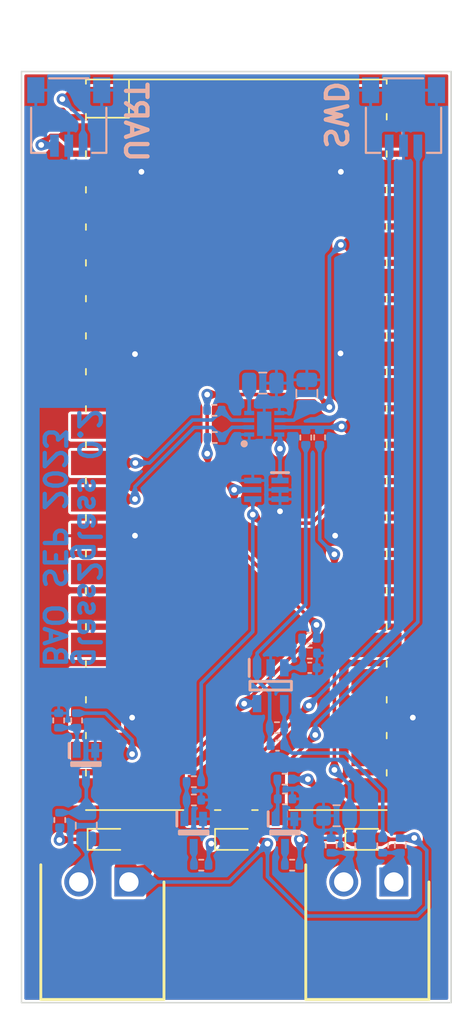
<source format=kicad_pcb>
(kicad_pcb (version 20221018) (generator pcbnew)
  (layers (0 "F.Cu" signal) (31 "B.Cu" signal) (34 "B.Paste" user) (35 "F.Paste" user) (36 "B.SilkS" user "B.Silkscreen") (37 "F.SilkS" user "F.Silkscreen") (38 "B.Mask" user) (39 "F.Mask" user) (44 "Edge.Cuts" user))
  (net 0 "")
  (net 1 "+3V3")
  (net 2 "GND")
  (net 3 "Net-(IC1-CAP)")
  (net 4 "/SCL")
  (net 5 "/SDA")
  (net 6 "/PHOTO")
  (net 7 "/COMP")
  (net 8 "Net-(J1-Pin_2)")
  (net 9 "/UART_RX")
  (net 10 "/UART_TX")
  (net 11 "/SWCLK")
  (net 12 "/SWD")
  (net 13 "Net-(Q1-G)")
  (net 14 "Net-(Q1-D)")
  (net 15 "/LED_CTRL")
  (net 38 "Net-(D1-K)")
  (net 39 "Net-(D2-K)")
  (net 40 "Net-(J2-Pin_2)")
  (net 41 "Net-(J2-Pin_1)")
  (net 42 "Net-(Q2-G)")
  (net 43 "Net-(Q2-D)")
  (net 44 "Net-(Q3-G)")
  (net 45 "Net-(Q3-D)")
  (net 46 "/PHOTOT")
  (net 47 "Net-(IC2-+)")
  (net 48 "/PHOTOD")
  (net 49 "/IN-")
  (net 50 "/STATUS")
  (net 52 "Net-(D3-K)")
  (net 53 "/NCOMP")
  (footprint "LED_SMD:LED_0603_1608Metric" (layer "F.Cu") (at 124.1 103.6)
    (fp_text reference "D3" hide)
    (fp_text value "LED")
    (pad "1" smd roundrect (at -0.7875 0) (size 0.875 0.95) (layers "F.Cu" "F.Paste" "F.Mask") (net 52 "Net-(D3-K)"))
    (pad "2" smd roundrect (at 0.7875 0) (size 0.875 0.95) (layers "F.Cu" "F.Paste" "F.Mask") (net 1 "+3V3"))
  )
  (footprint "LED_SMD:LED_0603_1608Metric" (layer "F.Cu") (at 106.1 103.6)
    (fp_text reference "D1" hide)
    (fp_text value "LED")
    (pad "1" smd roundrect (at -0.7875 0) (size 0.875 0.95) (layers "F.Cu" "F.Paste" "F.Mask") (net 38 "Net-(D1-K)"))
    (pad "2" smd roundrect (at 0.7875 0) (size 0.875 0.95) (layers "F.Cu" "F.Paste" "F.Mask") (net 1 "+3V3"))
  )
  (footprint "cam_delay_meas:SHDRRA2W80P0X350_1X2_840X920X720P" (layer "F.Cu") (at 107.5 106.575 180)
    (fp_text reference "J1" hide)
    (fp_text value "Conn_01x02" hide)
    (pad "1" thru_hole rect (at 0 0 180) (size 2.025 2.025) (drill 1.35) (layers "*.Cu" "*.Mask") (net 1 "+3V3"))
    (pad "2" thru_hole circle (at 3.5 0 180) (size 2.025 2.025) (drill 1.35) (layers "*.Cu" "*.Mask") (net 8 "Net-(J1-Pin_2)"))
  )
  (footprint "cam_delay_meas:SHDRRA2W80P0X350_1X2_840X920X720P" (layer "F.Cu") (at 126 106.575 180)
    (fp_text reference "J2" hide)
    (fp_text value "Conn_01x02" hide)
    (pad "1" thru_hole rect (at 0 0 180) (size 2.025 2.025) (drill 1.35) (layers "*.Cu" "*.Mask") (net 41 "Net-(J2-Pin_1)"))
    (pad "2" thru_hole circle (at 3.5 0 180) (size 2.025 2.025) (drill 1.35) (layers "*.Cu" "*.Mask") (net 40 "Net-(J2-Pin_2)"))
  )
  (footprint "MCU_RaspberryPi_and_Boards:RPi_Pico_SMD" (layer "F.Cu") (at 115 76.055)
    (fp_text reference "U2" hide)
    (fp_text value "Pico")
    (pad "1" smd rect (at -8.89 -24.13) (size 3.5 1.7) (drill (offset -0.9 0)) (layers "F.Cu" "F.Paste" "F.Mask") (net 10 "/UART_TX"))
    (pad "2" smd rect (at -8.89 -21.59) (size 3.5 1.7) (drill (offset -0.9 0)) (layers "F.Cu" "F.Paste" "F.Mask") (net 9 "/UART_RX"))
    (pad "3" smd rect (at -8.89 -19.05) (size 3.5 1.7) (drill (offset -0.9 0)) (layers "F.Cu" "F.Paste" "F.Mask") (net 2 "GND"))
    (pad "4" smd rect (at -8.89 -16.51) (size 3.5 1.7) (drill (offset -0.9 0)) (layers "F.Cu" "F.Paste" "F.Mask"))
    (pad "5" smd rect (at -8.89 -13.97) (size 3.5 1.7) (drill (offset -0.9 0)) (layers "F.Cu" "F.Paste" "F.Mask"))
    (pad "6" smd rect (at -8.89 -11.43) (size 3.5 1.7) (drill (offset -0.9 0)) (layers "F.Cu" "F.Paste" "F.Mask"))
    (pad "7" smd rect (at -8.89 -8.89) (size 3.5 1.7) (drill (offset -0.9 0)) (layers "F.Cu" "F.Paste" "F.Mask"))
    (pad "8" smd rect (at -8.89 -6.35) (size 3.5 1.7) (drill (offset -0.9 0)) (layers "F.Cu" "F.Paste" "F.Mask") (net 2 "GND"))
    (pad "9" smd rect (at -8.89 -3.81) (size 3.5 1.7) (drill (offset -0.9 0)) (layers "F.Cu" "F.Paste" "F.Mask"))
    (pad "10" smd rect (at -8.89 -1.27) (size 3.5 1.7) (drill (offset -0.9 0)) (layers "F.Cu" "F.Paste" "F.Mask"))
    (pad "11" smd rect (at -8.89 1.27) (size 3.5 1.7) (drill (offset -0.9 0)) (layers "F.Cu" "F.Paste" "F.Mask") (net 5 "/SDA"))
    (pad "12" smd rect (at -8.89 3.81) (size 3.5 1.7) (drill (offset -0.9 0)) (layers "F.Cu" "F.Paste" "F.Mask") (net 4 "/SCL"))
    (pad "13" smd rect (at -8.89 6.35) (size 3.5 1.7) (drill (offset -0.9 0)) (layers "F.Cu" "F.Paste" "F.Mask") (net 2 "GND"))
    (pad "14" smd rect (at -8.89 8.89) (size 3.5 1.7) (drill (offset -0.9 0)) (layers "F.Cu" "F.Paste" "F.Mask"))
    (pad "15" smd rect (at -8.89 11.43) (size 3.5 1.7) (drill (offset -0.9 0)) (layers "F.Cu" "F.Paste" "F.Mask"))
    (pad "16" smd rect (at -8.89 13.97) (size 3.5 1.7) (drill (offset -0.9 0)) (layers "F.Cu" "F.Paste" "F.Mask"))
    (pad "17" smd rect (at -8.89 16.51) (size 3.5 1.7) (drill (offset -0.9 0)) (layers "F.Cu" "F.Paste" "F.Mask"))
    (pad "18" smd rect (at -8.89 19.05) (size 3.5 1.7) (drill (offset -0.9 0)) (layers "F.Cu" "F.Paste" "F.Mask") (net 2 "GND"))
    (pad "19" smd rect (at -8.89 21.59) (size 3.5 1.7) (drill (offset -0.9 0)) (layers "F.Cu" "F.Paste" "F.Mask") (net 15 "/LED_CTRL"))
    (pad "20" smd rect (at -8.89 24.13) (size 3.5 1.7) (drill (offset -0.9 0)) (layers "F.Cu" "F.Paste" "F.Mask"))
    (pad "21" smd rect (at 8.89 24.13) (size 3.5 1.7) (drill (offset 0.9 0)) (layers "F.Cu" "F.Paste" "F.Mask") (net 50 "/STATUS"))
    (pad "22" smd rect (at 8.89 21.59) (size 3.5 1.7) (drill (offset 0.9 0)) (layers "F.Cu" "F.Paste" "F.Mask"))
    (pad "23" smd rect (at 8.89 19.05) (size 3.5 1.7) (drill (offset 0.9 0)) (layers "F.Cu" "F.Paste" "F.Mask") (net 2 "GND"))
    (pad "24" smd rect (at 8.89 16.51) (size 3.5 1.7) (drill (offset 0.9 0)) (layers "F.Cu" "F.Paste" "F.Mask"))
    (pad "25" smd rect (at 8.89 13.97) (size 3.5 1.7) (drill (offset 0.9 0)) (layers "F.Cu" "F.Paste" "F.Mask"))
    (pad "26" smd rect (at 8.89 11.43) (size 3.5 1.7) (drill (offset 0.9 0)) (layers "F.Cu" "F.Paste" "F.Mask"))
    (pad "27" smd rect (at 8.89 8.89) (size 3.5 1.7) (drill (offset 0.9 0)) (layers "F.Cu" "F.Paste" "F.Mask"))
    (pad "28" smd rect (at 8.89 6.35) (size 3.5 1.7) (drill (offset 0.9 0)) (layers "F.Cu" "F.Paste" "F.Mask") (net 2 "GND"))
    (pad "29" smd rect (at 8.89 3.81) (size 3.5 1.7) (drill (offset 0.9 0)) (layers "F.Cu" "F.Paste" "F.Mask") (net 53 "/NCOMP"))
    (pad "30" smd rect (at 8.89 1.27) (size 3.5 1.7) (drill (offset 0.9 0)) (layers "F.Cu" "F.Paste" "F.Mask"))
    (pad "31" smd rect (at 8.89 -1.27) (size 3.5 1.7) (drill (offset 0.9 0)) (layers "F.Cu" "F.Paste" "F.Mask") (net 6 "/PHOTO"))
    (pad "32" smd rect (at 8.89 -3.81) (size 3.5 1.7) (drill (offset 0.9 0)) (layers "F.Cu" "F.Paste" "F.Mask"))
    (pad "33" smd rect (at 8.89 -6.35) (size 3.5 1.7) (drill (offset 0.9 0)) (layers "F.Cu" "F.Paste" "F.Mask") (net 2 "GND"))
    (pad "34" smd rect (at 8.89 -8.89) (size 3.5 1.7) (drill (offset 0.9 0)) (layers "F.Cu" "F.Paste" "F.Mask"))
    (pad "35" smd rect (at 8.89 -11.43) (size 3.5 1.7) (drill (offset 0.9 0)) (layers "F.Cu" "F.Paste" "F.Mask"))
    (pad "36" smd rect (at 8.89 -13.97) (size 3.5 1.7) (drill (offset 0.9 0)) (layers "F.Cu" "F.Paste" "F.Mask") (net 1 "+3V3"))
    (pad "37" smd rect (at 8.89 -16.51) (size 3.5 1.7) (drill (offset 0.9 0)) (layers "F.Cu" "F.Paste" "F.Mask"))
    (pad "38" smd rect (at 8.89 -19.05) (size 3.5 1.7) (drill (offset 0.9 0)) (layers "F.Cu" "F.Paste" "F.Mask") (net 2 "GND"))
    (pad "39" smd rect (at 8.89 -21.59) (size 3.5 1.7) (drill (offset 0.9 0)) (layers "F.Cu" "F.Paste" "F.Mask"))
    (pad "40" smd rect (at 8.89 -24.13) (size 3.5 1.7) (drill (offset 0.9 0)) (layers "F.Cu" "F.Paste" "F.Mask"))
    (pad "41" smd rect (at -2.54 23.9 90) (size 3.5 1.7) (drill (offset -0.9 0)) (layers "F.Cu" "F.Paste" "F.Mask") (net 11 "/SWCLK"))
    (pad "42" smd rect (at 0 23.9 90) (size 3.5 1.7) (drill (offset -0.9 0)) (layers "F.Cu" "F.Paste" "F.Mask") (net 2 "GND"))
    (pad "43" smd rect (at 2.54 23.9 90) (size 3.5 1.7) (drill (offset -0.9 0)) (layers "F.Cu" "F.Paste" "F.Mask") (net 12 "/SWD"))
  )
  (footprint "LED_SMD:LED_0603_1608Metric" (layer "F.Cu") (at 115 103.6)
    (fp_text reference "D2" hide)
    (fp_text value "LED")
    (pad "1" smd roundrect (at -0.7875 0) (size 0.875 0.95) (layers "F.Cu" "F.Paste" "F.Mask") (net 39 "Net-(D2-K)"))
    (pad "2" smd roundrect (at 0.7875 0) (size 0.875 0.95) (layers "F.Cu" "F.Paste" "F.Mask") (net 1 "+3V3"))
  )
  (footprint "Capacitor_SMD:C_0402_1005Metric" (layer "B.Cu") (at 120.125 91.625 180)
    (fp_text reference "C2" hide)
    (fp_text value "1u")
    (pad "1" smd roundrect (at -0.48 0 180) (size 0.56 0.62) (layers "B.Cu" "B.Paste" "B.Mask") (net 2 "GND"))
    (pad "2" smd roundrect (at 0.48 0 180) (size 0.56 0.62) (layers "B.Cu" "B.Paste" "B.Mask") (net 47 "Net-(IC2-+)"))
  )
  (footprint "bike_rear_light:SOT65P210X110-3N" (layer "B.Cu") (at 118.4 103.125 -90)
    (fp_text reference "Q3" hide)
    (fp_text value "BSS138PW" hide)
    (pad "1" smd rect (at -0.95 0.65 180) (size 0.55 1) (layers "B.Cu" "B.Paste" "B.Mask") (net 44 "Net-(Q3-G)"))
    (pad "2" smd rect (at -0.95 -0.65 180) (size 0.55 1) (layers "B.Cu" "B.Paste" "B.Mask") (net 2 "GND"))
    (pad "3" smd rect (at 0.95 0 180) (size 0.55 1) (layers "B.Cu" "B.Paste" "B.Mask") (net 45 "Net-(Q3-D)"))
  )
  (footprint "Resistor_SMD:R_0402_1005Metric" (layer "B.Cu") (at 118.375 99.4)
    (fp_text reference "R19" hide)
    (fp_text value "2.2k")
    (pad "1" smd roundrect (at -0.51 0) (size 0.54 0.64) (layers "B.Cu" "B.Paste" "B.Mask") (net 44 "Net-(Q3-G)"))
    (pad "2" smd roundrect (at 0.51 0) (size 0.54 0.64) (layers "B.Cu" "B.Paste" "B.Mask") (net 50 "/STATUS"))
  )
  (footprint "Resistor_SMD:R_0805_2012Metric" (layer "B.Cu") (at 122 101.95)
    (fp_text reference "R4" hide)
    (fp_text value "10k")
    (pad "1" smd roundrect (at -0.9125 0) (size 1.025 1.4) (layers "B.Cu" "B.Paste" "B.Mask") (roundrect_rratio 0.243902439) (net 2 "GND"))
    (pad "2" smd roundrect (at 0.9125 0) (size 1.025 1.4) (layers "B.Cu" "B.Paste" "B.Mask") (roundrect_rratio 0.243902439) (net 46 "/PHOTOT"))
  )
  (footprint "Resistor_SMD:R_0402_1005Metric" (layer "B.Cu") (at 112.035 99.575)
    (fp_text reference "R10" hide)
    (fp_text value "2.2k")
    (pad "1" smd roundrect (at -0.51 0) (size 0.54 0.64) (layers "B.Cu" "B.Paste" "B.Mask") (net 42 "Net-(Q2-G)"))
    (pad "2" smd roundrect (at 0.51 0) (size 0.54 0.64) (layers "B.Cu" "B.Paste" "B.Mask") (net 53 "/NCOMP"))
  )
  (footprint "Resistor_SMD:R_0402_1005Metric" (layer "B.Cu") (at 102.675 102.25 -90)
    (fp_text reference "R22" hide)
    (fp_text value "220")
    (pad "1" smd roundrect (at -0.51 0 270) (size 0.54 0.64) (layers "B.Cu" "B.Paste" "B.Mask") (net 14 "Net-(Q1-D)"))
    (pad "2" smd roundrect (at 0.51 0 270) (size 0.54 0.64) (layers "B.Cu" "B.Paste" "B.Mask") (net 38 "Net-(D1-K)"))
  )
  (footprint "cam_delay_meas:SON50P200X200X80-9N" (layer "B.Cu") (at 116.95 74.5875)
    (fp_text reference "IC1" hide)
    (fp_text value "TPL1401DSGR" hide)
    (pad "1" smd rect (at -1.05 0.75 270) (size 0.3 0.7) (layers "B.Cu" "B.Paste" "B.Mask") (net 2 "GND"))
    (pad "2" smd rect (at -1.05 0.25 270) (size 0.3 0.7) (layers "B.Cu" "B.Paste" "B.Mask") (net 4 "/SCL"))
    (pad "3" smd rect (at -1.05 -0.25 270) (size 0.3 0.7) (layers "B.Cu" "B.Paste" "B.Mask") (net 5 "/SDA"))
    (pad "4" smd rect (at -1.05 -0.75 270) (size 0.3 0.7) (layers "B.Cu" "B.Paste" "B.Mask") (net 3 "Net-(IC1-CAP)"))
    (pad "5" smd rect (at 1.05 -0.75 270) (size 0.3 0.7) (layers "B.Cu" "B.Paste" "B.Mask") (net 2 "GND"))
    (pad "6" smd rect (at 1.05 -0.25 270) (size 0.3 0.7) (layers "B.Cu" "B.Paste" "B.Mask") (net 1 "+3V3"))
    (pad "7" smd rect (at 1.05 0.25 270) (size 0.3 0.7) (layers "B.Cu" "B.Paste" "B.Mask") (net 6 "/PHOTO"))
    (pad "8" smd rect (at 1.05 0.75 270) (size 0.3 0.7) (layers "B.Cu" "B.Paste" "B.Mask") (net 7 "/COMP"))
    (pad "9" smd rect (at 0 0) (size 1 1.7) (layers "B.Cu" "B.Paste" "B.Mask") (net 2 "GND"))
  )
  (footprint "Resistor_SMD:R_0805_2012Metric" (layer "B.Cu") (at 104.525 102.65 -90)
    (fp_text reference "R3" hide)
    (fp_text value "165")
    (pad "1" smd roundrect (at -0.9125 0 270) (size 1.025 1.4) (layers "B.Cu" "B.Paste" "B.Mask") (roundrect_rratio 0.243902439) (net 14 "Net-(Q1-D)"))
    (pad "2" smd roundrect (at 0.9125 0 270) (size 1.025 1.4) (layers "B.Cu" "B.Paste" "B.Mask") (roundrect_rratio 0.243902439) (net 8 "Net-(J1-Pin_2)"))
  )
  (footprint "Resistor_SMD:R_0402_1005Metric" (layer "B.Cu") (at 120.1 89.55 180)
    (fp_text reference "R7" hide)
    (fp_text value "24k")
    (pad "1" smd roundrect (at -0.51 0 180) (size 0.54 0.64) (layers "B.Cu" "B.Paste" "B.Mask") (net 1 "+3V3"))
    (pad "2" smd roundrect (at 0.51 0 180) (size 0.54 0.64) (layers "B.Cu" "B.Paste" "B.Mask") (net 47 "Net-(IC2-+)"))
  )
  (footprint "Resistor_SMD:R_0402_1005Metric" (layer "B.Cu") (at 112.035 100.85 180)
    (fp_text reference "R11" hide)
    (fp_text value "10k")
    (pad "1" smd roundrect (at -0.51 0 180) (size 0.54 0.64) (layers "B.Cu" "B.Paste" "B.Mask") (net 2 "GND"))
    (pad "2" smd roundrect (at 0.51 0 180) (size 0.54 0.64) (layers "B.Cu" "B.Paste" "B.Mask") (net 42 "Net-(Q2-G)"))
  )
  (footprint "Capacitor_SMD:C_0402_1005Metric" (layer "B.Cu") (at 117.875 97.05 180)
    (fp_text reference "C4" hide)
    (fp_text value "?")
    (pad "1" smd roundrect (at -0.48 0 180) (size 0.56 0.62) (layers "B.Cu" "B.Paste" "B.Mask") (net 49 "/IN-"))
    (pad "2" smd roundrect (at 0.48 0 180) (size 0.56 0.62) (layers "B.Cu" "B.Paste" "B.Mask") (net 48 "/PHOTOD"))
  )
  (footprint "bike_rear_light:SOT65P210X110-3N" (layer "B.Cu") (at 104.5 98.35 -90)
    (fp_text reference "Q1" hide)
    (fp_text value "BSS138PW" hide)
    (pad "1" smd rect (at -0.95 0.65 180) (size 0.55 1) (layers "B.Cu" "B.Paste" "B.Mask") (net 13 "Net-(Q1-G)"))
    (pad "2" smd rect (at -0.95 -0.65 180) (size 0.55 1) (layers "B.Cu" "B.Paste" "B.Mask") (net 2 "GND"))
    (pad "3" smd rect (at 0.95 0 180) (size 0.55 1) (layers "B.Cu" "B.Paste" "B.Mask") (net 14 "Net-(Q1-D)"))
  )
  (footprint "Capacitor_SMD:C_0805_2012Metric" (layer "B.Cu") (at 119.925 72.475 90)
    (fp_text reference "C1" hide)
    (fp_text value "0.1u")
    (pad "1" smd roundrect (at -0.95 0 90) (size 1 1.45) (layers "B.Cu" "B.Paste" "B.Mask") (net 1 "+3V3"))
    (pad "2" smd roundrect (at 0.95 0 90) (size 1 1.45) (layers "B.Cu" "B.Paste" "B.Mask") (net 2 "GND"))
  )
  (footprint "Resistor_SMD:R_0402_1005Metric" (layer "B.Cu") (at 120.125 90.6)
    (fp_text reference "R8" hide)
    (fp_text value "750")
    (pad "1" smd roundrect (at -0.51 0) (size 0.54 0.64) (layers "B.Cu" "B.Paste" "B.Mask") (net 47 "Net-(IC2-+)"))
    (pad "2" smd roundrect (at 0.51 0) (size 0.54 0.64) (layers "B.Cu" "B.Paste" "B.Mask") (net 2 "GND"))
  )
  (footprint "Resistor_SMD:R_0402_1005Metric" (layer "B.Cu") (at 102.6 95.3 -90)
    (fp_text reference "R2" hide)
    (fp_text value "10k")
    (pad "1" smd roundrect (at -0.51 0 270) (size 0.54 0.64) (layers "B.Cu" "B.Paste" "B.Mask") (net 2 "GND"))
    (pad "2" smd roundrect (at 0.51 0 270) (size 0.54 0.64) (layers "B.Cu" "B.Paste" "B.Mask") (net 13 "Net-(Q1-G)"))
  )
  (footprint "Resistor_SMD:R_0402_1005Metric" (layer "B.Cu") (at 103.85 95.3 90)
    (fp_text reference "R1" hide)
    (fp_text value "2.2k")
    (pad "1" smd roundrect (at -0.51 0 90) (size 0.54 0.64) (layers "B.Cu" "B.Paste" "B.Mask") (net 13 "Net-(Q1-G)"))
    (pad "2" smd roundrect (at 0.51 0 90) (size 0.54 0.64) (layers "B.Cu" "B.Paste" "B.Mask") (net 15 "/LED_CTRL"))
  )
  (footprint "Resistor_SMD:R_0402_1005Metric" (layer "B.Cu") (at 118.4 100.775 180)
    (fp_text reference "R20" hide)
    (fp_text value "10k")
    (pad "1" smd roundrect (at -0.51 0 180) (size 0.54 0.64) (layers "B.Cu" "B.Paste" "B.Mask") (net 2 "GND"))
    (pad "2" smd roundrect (at 0.51 0 180) (size 0.54 0.64) (layers "B.Cu" "B.Paste" "B.Mask") (net 44 "Net-(Q3-G)"))
  )
  (footprint "cam_delay_meas:SOT95P280X145-5N" (layer "B.Cu") (at 117.4 92.875 -90)
    (fp_text reference "IC2" hide)
    (fp_text value "OPA320AIDBVT" hide)
    (pad "1" smd rect (at -1.25 0.95 180) (size 0.6 1.2) (layers "B.Cu" "B.Paste" "B.Mask") (net 48 "/PHOTOD"))
    (pad "2" smd rect (at -1.25 0 180) (size 0.6 1.2) (layers "B.Cu" "B.Paste" "B.Mask") (net 2 "GND"))
    (pad "3" smd rect (at -1.25 -0.95 180) (size 0.6 1.2) (layers "B.Cu" "B.Paste" "B.Mask") (net 47 "Net-(IC2-+)"))
    (pad "4" smd rect (at 1.25 -0.95 180) (size 0.6 1.2) (layers "B.Cu" "B.Paste" "B.Mask") (net 49 "/IN-"))
    (pad "5" smd rect (at 1.25 0.95 180) (size 0.6 1.2) (layers "B.Cu" "B.Paste" "B.Mask") (net 1 "+3V3"))
  )
  (footprint "Resistor_SMD:R_0402_1005Metric" (layer "B.Cu") (at 126.45 104.025 90)
    (fp_text reference "R15" hide)
    (fp_text value "0")
    (pad "1" smd roundrect (at -0.51 0 90) (size 0.54 0.64) (layers "B.Cu" "B.Paste" "B.Mask") (net 41 "Net-(J2-Pin_1)"))
    (pad "2" smd roundrect (at 0.51 0 90) (size 0.54 0.64) (layers "B.Cu" "B.Paste" "B.Mask") (net 1 "+3V3"))
  )
  (footprint "Resistor_SMD:R_0402_1005Metric" (layer "B.Cu") (at 113.49 75.549)
    (fp_text reference "R5" hide)
    (fp_text value "2.2k")
    (pad "1" smd roundrect (at -0.51 0) (size 0.54 0.64) (layers "B.Cu" "B.Paste" "B.Mask") (net 1 "+3V3"))
    (pad "2" smd roundrect (at 0.51 0) (size 0.54 0.64) (layers "B.Cu" "B.Paste" "B.Mask") (net 4 "/SCL"))
  )
  (footprint "Resistor_SMD:R_0402_1005Metric" (layer "B.Cu") (at 122.925 104.025 90)
    (fp_text reference "R17" hide)
    (fp_text value "0")
    (pad "1" smd roundrect (at -0.51 0 90) (size 0.54 0.64) (layers "B.Cu" "B.Paste" "B.Mask") (net 40 "Net-(J2-Pin_2)"))
    (pad "2" smd roundrect (at 0.51 0 90) (size 0.54 0.64) (layers "B.Cu" "B.Paste" "B.Mask") (net 46 "/PHOTOT"))
  )
  (footprint "Resistor_SMD:R_0402_1005Metric" (layer "B.Cu") (at 113.465 73.649)
    (fp_text reference "R6" hide)
    (fp_text value "2.2k")
    (pad "1" smd roundrect (at -0.51 0) (size 0.54 0.64) (layers "B.Cu" "B.Paste" "B.Mask") (net 1 "+3V3"))
    (pad "2" smd roundrect (at 0.51 0) (size 0.54 0.64) (layers "B.Cu" "B.Paste" "B.Mask") (net 5 "/SDA"))
  )
  (footprint "bike_rear_light:SOT65P210X110-3N" (layer "B.Cu") (at 112.025 103.125 -90)
    (fp_text reference "Q2" hide)
    (fp_text value "BSS138PW" hide)
    (pad "1" smd rect (at -0.95 0.65 180) (size 0.55 1) (layers "B.Cu" "B.Paste" "B.Mask") (net 42 "Net-(Q2-G)"))
    (pad "2" smd rect (at -0.95 -0.65 180) (size 0.55 1) (layers "B.Cu" "B.Paste" "B.Mask") (net 2 "GND"))
    (pad "3" smd rect (at 0.95 0 180) (size 0.55 1) (layers "B.Cu" "B.Paste" "B.Mask") (net 43 "Net-(Q2-D)"))
  )
  (footprint "bike_rear_light:SOT65P210X110-6N" (layer "B.Cu") (at 117.1 79.2 180)
    (fp_text reference "IC3" hide)
    (fp_text value "SN74LVC1G98DCKR" hide)
    (pad "1" smd rect (at -0.95 0.65 90) (size 0.4 1.2) (layers "B.Cu" "B.Paste" "B.Mask") (net 7 "/COMP"))
    (pad "2" smd rect (at -0.95 0 90) (size 0.4 1.2) (layers "B.Cu" "B.Paste" "B.Mask") (net 2 "GND"))
    (pad "3" smd rect (at -0.95 -0.65 90) (size 0.4 1.2) (layers "B.Cu" "B.Paste" "B.Mask") (net 2 "GND"))
    (pad "4" smd rect (at 0.95 -0.65 90) (size 0.4 1.2) (layers "B.Cu" "B.Paste" "B.Mask") (net 53 "/NCOMP"))
    (pad "5" smd rect (at 0.95 0 90) (size 0.4 1.2) (layers "B.Cu" "B.Paste" "B.Mask") (net 1 "+3V3"))
    (pad "6" smd rect (at 0.95 0.65 90) (size 0.4 1.2) (layers "B.Cu" "B.Paste" "B.Mask") (net 2 "GND"))
  )
  (footprint "Capacitor_SMD:C_0805_2012Metric" (layer "B.Cu") (at 116.85 71.75)
    (fp_text reference "C3" hide)
    (fp_text value "1.5u")
    (pad "1" smd roundrect (at -0.95 0) (size 1 1.45) (layers "B.Cu" "B.Paste" "B.Mask") (net 3 "Net-(IC1-CAP)"))
    (pad "2" smd roundrect (at 0.95 0) (size 1 1.45) (layers "B.Cu" "B.Paste" "B.Mask") (net 2 "GND"))
  )
  (footprint "cam_delay_meas:CONN_SM03B-SRSS-TB_JST" (layer "B.Cu") (at 126.675 53.075001)
    (fp_text reference "J4" hide)
    (fp_text value "UART")
    (pad "1" smd rect (at -1.000001 2.1) (size 0.6096 1.5494) (layers "B.Cu" "B.Paste" "B.Mask") (net 11 "/SWCLK"))
    (pad "2" smd rect (at 0 2.1) (size 0.6096 1.5494) (layers "B.Cu" "B.Paste" "B.Mask") (net 2 "GND"))
    (pad "3" smd rect (at 1.000001 2.1) (size 0.6096 1.5494) (layers "B.Cu" "B.Paste" "B.Mask") (net 12 "/SWD"))
    (pad "4" smd rect (at -2.3 -1.775001) (size 1.1938 1.8034) (layers "B.Cu" "B.Paste" "B.Mask") (net 2 "GND"))
    (pad "5" smd rect (at 2.3 -1.775001) (size 1.1938 1.8034) (layers "B.Cu" "B.Paste" "B.Mask") (net 2 "GND"))
  )
  (footprint "Resistor_SMD:R_0402_1005Metric" (layer "B.Cu") (at 119.85 75.55 90)
    (fp_text reference "R14" hide)
    (fp_text value "DNP")
    (pad "1" smd roundrect (at -0.51 0 90) (size 0.54 0.64) (layers "B.Cu" "B.Paste" "B.Mask") (net 48 "/PHOTOD"))
    (pad "2" smd roundrect (at 0.51 0 90) (size 0.54 0.64) (layers "B.Cu" "B.Paste" "B.Mask") (net 6 "/PHOTO"))
  )
  (footprint "Resistor_SMD:R_0402_1005Metric" (layer "B.Cu") (at 121.625 104.025 90)
    (fp_text reference "R18" hide)
    (fp_text value "DNP")
    (pad "1" smd roundrect (at -0.51 0 90) (size 0.54 0.64) (layers "B.Cu" "B.Paste" "B.Mask") (net 40 "Net-(J2-Pin_2)"))
    (pad "2" smd roundrect (at 0.51 0 90) (size 0.54 0.64) (layers "B.Cu" "B.Paste" "B.Mask") (net 2 "GND"))
  )
  (footprint "Resistor_SMD:R_0402_1005Metric" (layer "B.Cu") (at 120.815 75.54 90)
    (fp_text reference "R13" hide)
    (fp_text value "0")
    (pad "1" smd roundrect (at -0.51 0 90) (size 0.54 0.64) (layers "B.Cu" "B.Paste" "B.Mask") (net 46 "/PHOTOT"))
    (pad "2" smd roundrect (at 0.51 0 90) (size 0.54 0.64) (layers "B.Cu" "B.Paste" "B.Mask") (net 6 "/PHOTO"))
  )
  (footprint "Resistor_SMD:R_0402_1005Metric" (layer "B.Cu") (at 125.225 104.025 90)
    (fp_text reference "R16" hide)
    (fp_text value "DNP")
    (pad "1" smd roundrect (at -0.51 0 90) (size 0.54 0.64) (layers "B.Cu" "B.Paste" "B.Mask") (net 41 "Net-(J2-Pin_1)"))
    (pad "2" smd roundrect (at 0.51 0 90) (size 0.54 0.64) (layers "B.Cu" "B.Paste" "B.Mask") (net 49 "/IN-"))
  )
  (footprint "Resistor_SMD:R_0402_1005Metric" (layer "B.Cu") (at 117.84 95.8)
    (fp_text reference "R9" hide)
    (fp_text value "3M")
    (pad "1" smd roundrect (at -0.51 0) (size 0.54 0.64) (layers "B.Cu" "B.Paste" "B.Mask") (net 48 "/PHOTOD"))
    (pad "2" smd roundrect (at 0.51 0) (size 0.54 0.64) (layers "B.Cu" "B.Paste" "B.Mask") (net 49 "/IN-"))
  )
  (footprint "cam_delay_meas:CONN_SM03B-SRSS-TB_JST" (layer "B.Cu") (at 103.3 53.075001)
    (fp_text reference "J3" hide)
    (fp_text value "UART")
    (pad "1" smd rect (at -1.000001 2.1) (size 0.6096 1.5494) (layers "B.Cu" "B.Paste" "B.Mask") (net 9 "/UART_RX"))
    (pad "2" smd rect (at 0 2.1) (size 0.6096 1.5494) (layers "B.Cu" "B.Paste" "B.Mask") (net 2 "GND"))
    (pad "3" smd rect (at 1.000001 2.1) (size 0.6096 1.5494) (layers "B.Cu" "B.Paste" "B.Mask") (net 10 "/UART_TX"))
    (pad "4" smd rect (at -2.3 -1.775001) (size 1.1938 1.8034) (layers "B.Cu" "B.Paste" "B.Mask") (net 2 "GND"))
    (pad "5" smd rect (at 2.3 -1.775001) (size 1.1938 1.8034) (layers "B.Cu" "B.Paste" "B.Mask") (net 2 "GND"))
  )
  (footprint "Resistor_SMD:R_0402_1005Metric" (layer "B.Cu") (at 118.9 105.4)
    (fp_text reference "R21" hide)
    (fp_text value "220")
    (pad "1" smd roundrect (at -0.51 0) (size 0.54 0.64) (layers "B.Cu" "B.Paste" "B.Mask") (net 45 "Net-(Q3-D)"))
    (pad "2" smd roundrect (at 0.51 0) (size 0.54 0.64) (layers "B.Cu" "B.Paste" "B.Mask") (net 52 "Net-(D3-K)"))
  )
  (footprint "Resistor_SMD:R_0402_1005Metric" (layer "B.Cu") (at 112.55 105.4)
    (fp_text reference "R12" hide)
    (fp_text value "220")
    (pad "1" smd roundrect (at -0.51 0) (size 0.54 0.64) (layers "B.Cu" "B.Paste" "B.Mask") (net 43 "Net-(Q2-D)"))
    (pad "2" smd roundrect (at 0.51 0) (size 0.54 0.64) (layers "B.Cu" "B.Paste" "B.Mask") (net 39 "Net-(D2-K)"))
  )
  (gr_line (start 100 115) (end 130 115) (stroke (width 0.1)) (layer "Edge.Cuts"))
  (gr_line (start 100 50) (end 130 50) (stroke (width 0.1)) (layer "Edge.Cuts"))
  (gr_line (start 100 50) (end 100 115) (stroke (width 0.1)) (layer "Edge.Cuts"))
  (gr_line (start 130 50) (end 130 115) (stroke (width 0.1)) (layer "Edge.Cuts"))
  (gr_text "glass2glass 0.2\nBAO SEP 2023" (at 101.425 91.75 270) (layer "B.Cu") (effects (font (size 1.5 1.5) (thickness 0.3) bold) (justify left bottom mirror)))
  (gr_text "UART" (at 107.1 56.475 270) (layer "B.SilkS") (effects (font (size 1.5 1.5) (thickness 0.3) bold) (justify left bottom mirror)))
  (gr_text "SWD" (at 121.05 55.55 270) (layer "B.SilkS") (effects (font (size 1.5 1.5) (thickness 0.3) bold) (justify left bottom mirror)))
  (segment (start 115.55 94.125) (end 109.225 100.45) (width 0.25) (layer "F.Cu") (net 1))
  (segment (start 123.965 62.085) (end 122.315 62.085) (width 0.25) (layer "F.Cu") (net 1))
  (segment (start 127.325 103.6) (end 127.425 103.5) (width 0.25) (layer "F.Cu") (net 1))
  (segment (start 120.625 72.55) (end 112.965 72.55) (width 0.25) (layer "F.Cu") (net 1))
  (segment (start 112.965 77.315) (end 112.965 76.674) (width 0.25) (layer "F.Cu") (net 1))
  (segment (start 120.6 88.625) (end 120.575 88.625) (width 0.25) (layer "F.Cu") (net 1))
  (segment (start 115.55 94.125) (end 120.6 89.075) (width 0.25) (layer "F.Cu") (net 1))
  (segment (start 124.585 103.6) (end 127.325 103.6) (width 0.25) (layer "F.Cu") (net 1))
  (segment (start 109.225 100.45) (end 109.225 105.375) (width 0.25) (layer "F.Cu") (net 1))
  (segment (start 114.85 79.2) (end 112.965 77.315) (width 0.25) (layer "F.Cu") (net 1))
  (segment (start 117.175 103.9) (end 116.875 103.6) (width 0.25) (layer "F.Cu") (net 1))
  (segment (start 122.315 62.085) (end 122.3 62.1) (width 0.25) (layer "F.Cu") (net 1))
  (segment (start 120.6 89.075) (end 120.6 88.625) (width 0.25) (layer "F.Cu") (net 1))
  (segment (start 120.575 88.625) (end 114.85 82.9) (width 0.25) (layer "F.Cu") (net 1))
  (segment (start 116.875 103.6) (end 115.7875 103.6) (width 0.25) (layer "F.Cu") (net 1))
  (segment (start 114.85 82.9) (end 114.85 79.2) (width 0.25) (layer "F.Cu") (net 1))
  (segment (start 108.025 106.575) (end 106.8875 105.4375) (width 0.25) (layer "F.Cu") (net 1))
  (segment (start 121.5 73.425) (end 120.625 72.55) (width 0.25) (layer "F.Cu") (net 1))
  (segment (start 112.965 72.55) (end 112.965 76.69) (width 0.25) (layer "F.Cu") (net 1))
  (segment (start 106.8875 105.4375) (end 106.8875 103.6) (width 0.25) (layer "F.Cu") (net 1))
  (segment (start 109.225 105.375) (end 108.025 106.575) (width 0.25) (layer "F.Cu") (net 1))
  (via (at 117.175 103.9) (size 0.8) (drill 0.4) (layers "F.Cu" "B.Cu") (net 1))
  (via (at 115.55 94.125) (size 0.8) (drill 0.4) (layers "F.Cu" "B.Cu") (net 1))
  (via (at 120.6 88.625) (size 0.8) (drill 0.4) (layers "F.Cu" "B.Cu") (net 1))
  (via (at 112.965 76.674) (size 0.8) (drill 0.4) (layers "F.Cu" "B.Cu") (net 1))
  (via (at 121.5 73.425) (size 0.8) (drill 0.4) (layers "F.Cu" "B.Cu") (net 1))
  (via (at 127.425 103.5) (size 0.8) (drill 0.4) (layers "F.Cu" "B.Cu") (net 1))
  (via (at 114.85 79.2) (size 0.8) (drill 0.4) (layers "F.Cu" "B.Cu") (net 1))
  (via (at 112.965 72.549) (size 0.8) (drill 0.4) (layers "F.Cu" "B.Cu") (net 1))
  (via (at 122.3 62.1) (size 0.8) (drill 0.4) (layers "F.Cu" "B.Cu") (net 1))
  (segment (start 119.0125 74.3375) (end 119.925 73.425) (width 0.25) (layer "B.Cu") (net 1))
  (segment (start 127.41 103.515) (end 127.425 103.5) (width 0.25) (layer "B.Cu") (net 1))
  (segment (start 118 74.3375) (end 119.0125 74.3375) (width 0.25) (layer "B.Cu") (net 1))
  (segment (start 120.61 88.635) (end 120.6 88.625) (width 0.25) (layer "B.Cu") (net 1))
  (segment (start 128.3 108.275) (end 128.3 104.375) (width 0.25) (layer "B.Cu") (net 1))
  (segment (start 112.965 76.674) (end 112.965 75.564) (width 0.25) (layer "B.Cu") (net 1))
  (segment (start 116.45 94.125) (end 115.55 94.125) (width 0.25) (layer "B.Cu") (net 1))
  (segment (start 121.5 62.9) (end 122.3 62.1) (width 0.25) (layer "B.Cu") (net 1))
  (segment (start 114.85 79.2) (end 116.15 79.2) (width 0.25) (layer "B.Cu") (net 1))
  (segment (start 112.955 73.649) (end 112.955 72.559) (width 0.25) (layer "B.Cu") (net 1))
  (segment (start 117.175 106.2) (end 119.925 108.95) (width 0.25) (layer "B.Cu") (net 1))
  (segment (start 128.3 104.375) (end 127.425 103.5) (width 0.25) (layer "B.Cu") (net 1))
  (segment (start 114.5 106.575) (end 108.025 106.575) (width 0.25) (layer "B.Cu") (net 1))
  (segment (start 126.45 103.515) (end 127.41 103.515) (width 0.25) (layer "B.Cu") (net 1))
  (segment (start 127.625 108.95) (end 128.3 108.275) (width 0.25) (layer "B.Cu") (net 1))
  (segment (start 117.175 103.9) (end 114.5 106.575) (width 0.25) (layer "B.Cu") (net 1))
  (segment (start 112.965 75.564) (end 112.98 75.549) (width 0.25) (layer "B.Cu") (net 1))
  (segment (start 120.61 89.55) (end 120.61 88.635) (width 0.25) (layer "B.Cu") (net 1))
  (segment (start 121.5 73.425) (end 121.5 62.9) (width 0.25) (layer "B.Cu") (net 1))
  (segment (start 119.925 73.425) (end 121.5 73.425) (width 0.25) (layer "B.Cu") (net 1))
  (segment (start 117.175 103.9) (end 117.175 106.2) (width 0.25) (layer "B.Cu") (net 1))
  (segment (start 119.925 108.95) (end 127.625 108.95) (width 0.25) (layer "B.Cu") (net 1))
  (segment (start 112.955 72.559) (end 112.965 72.549) (width 0.25) (layer "B.Cu") (net 1))
  (via (at 122.275 69.675) (size 0.8) (drill 0.4) (layers "F.Cu" "B.Cu") (net 2))
  (via (at 108.375 57) (size 0.8) (drill 0.4) (layers "F.Cu" "B.Cu") (net 2))
  (via (at 107.925 82.4) (size 0.8) (drill 0.4) (layers "F.Cu" "B.Cu") (net 2))
  (via (at 122.3 57) (size 0.8) (drill 0.4) (layers "F.Cu" "B.Cu") (net 2))
  (via (at 107.725 95.1) (size 0.8) (drill 0.4) (layers "F.Cu" "B.Cu") (net 2))
  (via (at 127.325 95.1) (size 0.8) (drill 0.4) (layers "F.Cu" "B.Cu") (net 2))
  (via (at 121.9 82.4) (size 0.8) (drill 0.4) (layers "F.Cu" "B.Cu") (net 2))
  (via (at 118.05 80.7) (size 0.8) (drill 0.4) (layers "F.Cu" "B.Cu") (net 2))
  (via (at 107.925 69.725) (size 0.8) (drill 0.4) (layers "F.Cu" "B.Cu") (net 2))
  (segment (start 115.9 73.8375) (end 115.9 71.75) (width 0.25) (layer "B.Cu") (net 3))
  (segment (start 106.2 79.85) (end 106.185 79.865) (width 0.25) (layer "F.Cu") (net 4))
  (segment (start 107.925 79.85) (end 106.2 79.85) (width 0.25) (layer "F.Cu") (net 4))
  (via (at 107.925 79.85) (size 0.8) (drill 0.4) (layers "F.Cu" "B.Cu") (net 4))
  (segment (start 107.925 78.975) (end 112.05 74.85) (width 0.25) (layer "B.Cu") (net 4))
  (segment (start 114.7115 74.8375) (end 114 75.549) (width 0.25) (layer "B.Cu") (net 4))
  (segment (start 113.301 74.85) (end 114 75.549) (width 0.25) (layer "B.Cu") (net 4))
  (segment (start 112.05 74.85) (end 113.301 74.85) (width 0.25) (layer "B.Cu") (net 4))
  (segment (start 115.9 74.8375) (end 114.7115 74.8375) (width 0.25) (layer "B.Cu") (net 4))
  (segment (start 107.925 79.85) (end 107.925 78.975) (width 0.25) (layer "B.Cu") (net 4))
  (segment (start 107.95 77.325) (end 106.185 77.325) (width 0.25) (layer "F.Cu") (net 5))
  (via (at 107.95 77.325) (size 0.8) (drill 0.4) (layers "F.Cu" "B.Cu") (net 5))
  (segment (start 111.938604 74.325) (end 108.938604 77.325) (width 0.25) (layer "B.Cu") (net 5))
  (segment (start 113.975 73.649) (end 113.299 74.325) (width 0.25) (layer "B.Cu") (net 5))
  (segment (start 114.6635 74.3375) (end 113.975 73.649) (width 0.25) (layer "B.Cu") (net 5))
  (segment (start 108.938604 77.325) (end 107.95 77.325) (width 0.25) (layer "B.Cu") (net 5))
  (segment (start 115.9 74.3375) (end 114.6635 74.3375) (width 0.25) (layer "B.Cu") (net 5))
  (segment (start 113.299 74.325) (end 111.938604 74.325) (width 0.25) (layer "B.Cu") (net 5))
  (segment (start 122.36 74.785) (end 122.35 74.775) (width 0.25) (layer "F.Cu") (net 6))
  (segment (start 123.965 74.785) (end 122.36 74.785) (width 0.25) (layer "F.Cu") (net 6))
  (via (at 122.35 74.775) (size 0.8) (drill 0.4) (layers "F.Cu" "B.Cu") (net 6))
  (segment (start 122.35 74.775) (end 122.2875 74.8375) (width 0.25) (layer "B.Cu") (net 6))
  (segment (start 122.2875 74.8375) (end 118 74.8375) (width 0.25) (layer "B.Cu") (net 6))
  (via (at 118.05 76.325) (size 0.8) (drill 0.4) (layers "F.Cu" "B.Cu") (net 7))
  (segment (start 118.05 76.325) (end 118.05 78.55) (width 0.25) (layer "B.Cu") (net 7))
  (segment (start 118.05 76.325) (end 118.05 75.3875) (width 0.25) (layer "B.Cu") (net 7))
  (segment (start 118.05 75.3875) (end 118 75.3375) (width 0.25) (layer "B.Cu") (net 7))
  (segment (start 104.525 106.575) (end 104.525 103.5625) (width 0.25) (layer "B.Cu") (net 8))
  (segment (start 102.035 54.465) (end 106.185 54.465) (width 0.25) (layer "F.Cu") (net 9))
  (segment (start 101.375 55.125) (end 102.035 54.465) (width 0.25) (layer "F.Cu") (net 9))
  (via (at 101.375 55.125) (size 0.8) (drill 0.4) (layers "F.Cu" "B.Cu") (net 9))
  (segment (start 101.425001 55.175001) (end 101.375 55.125) (width 0.25) (layer "B.Cu") (net 9))
  (segment (start 102.299999 55.175001) (end 101.425001 55.175001) (width 0.25) (layer "B.Cu") (net 9))
  (segment (start 102.85 51.925) (end 106.185 51.925) (width 0.25) (layer "F.Cu") (net 10))
  (via (at 102.85 51.925) (size 0.8) (drill 0.4) (layers "F.Cu" "B.Cu") (net 10))
  (segment (start 102.85 51.925) (end 104.300001 53.375001) (width 0.25) (layer "B.Cu") (net 10))
  (segment (start 104.300001 53.375001) (end 104.300001 55.175001) (width 0.25) (layer "B.Cu") (net 10))
  (segment (start 116.75 97.575) (end 113.8 97.575) (width 0.25) (layer "F.Cu") (net 11))
  (segment (start 112.535 98.84) (end 112.535 99.955) (width 0.25) (layer "F.Cu") (net 11))
  (segment (start 120.0625 94.2625) (end 116.75 97.575) (width 0.25) (layer "F.Cu") (net 11))
  (segment (start 113.8 97.575) (end 112.535 98.84) (width 0.25) (layer "F.Cu") (net 11))
  (via (at 120.0625 94.2625) (size 0.8) (drill 0.4) (layers "F.Cu" "B.Cu") (net 11))
  (segment (start 120.0625 94.2625) (end 125.674999 88.650001) (width 0.25) (layer "B.Cu") (net 11))
  (segment (start 125.674999 88.650001) (end 125.674999 55.175001) (width 0.25) (layer "B.Cu") (net 11))
  (segment (start 120.5125 96.3125) (end 117.615 99.21) (width 0.25) (layer "F.Cu") (net 12))
  (segment (start 117.615 99.21) (end 117.615 99.955) (width 0.25) (layer "F.Cu") (net 12))
  (via (at 120.5125 96.3125) (size 0.8) (drill 0.4) (layers "F.Cu" "B.Cu") (net 12))
  (segment (start 120.5125 95.5875) (end 127.675001 88.424999) (width 0.25) (layer "B.Cu") (net 12))
  (segment (start 120.5125 96.3125) (end 120.5125 95.5875) (width 0.25) (layer "B.Cu") (net 12))
  (segment (start 127.675001 88.424999) (end 127.675001 55.175001) (width 0.25) (layer "B.Cu") (net 12))
  (segment (start 103.875 95.835) (end 103.85 95.81) (width 0.25) (layer "B.Cu") (net 13))
  (segment (start 103.875 97.15) (end 103.875 95.835) (width 0.25) (layer "B.Cu") (net 13))
  (segment (start 103.85 95.81) (end 102.675 95.81) (width 0.25) (layer "B.Cu") (net 13))
  (segment (start 104.5225 101.74) (end 104.525 101.7375) (width 0.25) (layer "B.Cu") (net 14))
  (segment (start 104.525 99.15) (end 104.525 101.7375) (width 0.25) (layer "B.Cu") (net 14))
  (segment (start 102.675 101.74) (end 104.5225 101.74) (width 0.25) (layer "B.Cu") (net 14))
  (segment (start 107.725 97.65) (end 106.19 97.65) (width 0.25) (layer "F.Cu") (net 15))
  (segment (start 106.19 97.65) (end 106.185 97.645) (width 0.25) (layer "F.Cu") (net 15))
  (via (at 107.725 97.65) (size 0.8) (drill 0.4) (layers "F.Cu" "B.Cu") (net 15))
  (segment (start 105.865 94.79) (end 107.725 96.65) (width 0.25) (layer "B.Cu") (net 15))
  (segment (start 103.85 94.79) (end 105.865 94.79) (width 0.25) (layer "B.Cu") (net 15))
  (segment (start 107.725 96.65) (end 107.725 97.65) (width 0.25) (layer "B.Cu") (net 15))
  (segment (start 102.7 103.6) (end 102.65 103.65) (width 0.25) (layer "F.Cu") (net 38))
  (segment (start 105.3125 103.6) (end 102.7 103.6) (width 0.25) (layer "F.Cu") (net 38))
  (via (at 102.65 103.65) (size 0.8) (drill 0.4) (layers "F.Cu" "B.Cu") (net 38))
  (segment (start 102.675 103.625) (end 102.65 103.65) (width 0.25) (layer "B.Cu") (net 38))
  (segment (start 102.675 102.76) (end 102.675 103.625) (width 0.25) (layer "B.Cu") (net 38))
  (segment (start 113.549502 103.6) (end 114.2125 103.6) (width 0.25) (layer "F.Cu") (net 39))
  (segment (start 113.249502 103.9) (end 113.549502 103.6) (width 0.25) (layer "F.Cu") (net 39))
  (via (at 113.249502 103.9) (size 0.8) (drill 0.4) (layers "F.Cu" "B.Cu") (net 39))
  (segment (start 113.06 104.089502) (end 113.06 105.4) (width 0.25) (layer "B.Cu") (net 39))
  (segment (start 113.249502 103.9) (end 113.06 104.089502) (width 0.25) (layer "B.Cu") (net 39))
  (segment (start 122.925 106.15) (end 122.475 106.6) (width 0.25) (layer "B.Cu") (net 40))
  (segment (start 122.925 104.535) (end 122.925 106.15) (width 0.25) (layer "B.Cu") (net 40))
  (segment (start 122.925 104.535) (end 121.625 104.535) (width 0.25) (layer "B.Cu") (net 40))
  (segment (start 126.45 104.535) (end 126.45 106.125) (width 0.25) (layer "B.Cu") (net 41))
  (segment (start 126.45 104.535) (end 125.5 104.535) (width 0.25) (layer "B.Cu") (net 41))
  (segment (start 126.45 106.125) (end 125.975 106.6) (width 0.25) (layer "B.Cu") (net 41))
  (segment (start 111.525 102.01) (end 111.385 102.15) (width 0.25) (layer "B.Cu") (net 42))
  (segment (start 111.525 99.575) (end 111.525 100.85) (width 0.25) (layer "B.Cu") (net 42))
  (segment (start 111.525 100.85) (end 111.525 102.01) (width 0.25) (layer "B.Cu") (net 42))
  (segment (start 112.04 105.4) (end 112.04 104.155) (width 0.25) (layer "B.Cu") (net 43))
  (segment (start 112.04 104.155) (end 112.035 104.15) (width 0.25) (layer "B.Cu") (net 43))
  (segment (start 117.89 102.01) (end 117.75 102.15) (width 0.25) (layer "B.Cu") (net 44))
  (segment (start 117.865 99.4) (end 117.89 99.425) (width 0.25) (layer "B.Cu") (net 44))
  (segment (start 117.89 99.425) (end 117.89 102.01) (width 0.25) (layer "B.Cu") (net 44))
  (segment (start 118.39 104.16) (end 118.4 104.15) (width 0.25) (layer "B.Cu") (net 45))
  (segment (start 118.385 104.165) (end 118.4 104.15) (width 0.25) (layer "B.Cu") (net 45))
  (segment (start 118.39 105.4) (end 118.39 104.16) (width 0.25) (layer "B.Cu") (net 45))
  (segment (start 121.85 83.7) (end 121.85 98.7495) (width 0.25) (layer "F.Cu") (net 46))
  (via (at 121.85 98.7495) (size 0.8) (drill 0.4) (layers "F.Cu" "B.Cu") (net 46))
  (via (at 121.85 83.7) (size 0.8) (drill 0.4) (layers "F.Cu" "B.Cu") (net 46))
  (segment (start 122.9125 99.812) (end 122.9125 101.95) (width 0.25) (layer "B.Cu") (net 46))
  (segment (start 122.925 103.515) (end 122.925 101.9625) (width 0.25) (layer "B.Cu") (net 46))
  (segment (start 120.825 76.06) (end 120.815 76.05) (width 0.25) (layer "B.Cu") (net 46))
  (segment (start 122.925 101.9625) (end 122.9125 101.95) (width 0.25) (layer "B.Cu") (net 46))
  (segment (start 121.85 83.7) (end 120.825 82.675) (width 0.25) (layer "B.Cu") (net 46))
  (segment (start 121.85 98.7495) (end 122.9125 99.812) (width 0.25) (layer "B.Cu") (net 46))
  (segment (start 120.825 82.675) (end 120.825 76.06) (width 0.25) (layer "B.Cu") (net 46))
  (segment (start 119.615 90.6) (end 119.615 89.575) (width 0.25) (layer "B.Cu") (net 47))
  (segment (start 119.645 90.63) (end 119.615 90.6) (width 0.25) (layer "B.Cu") (net 47))
  (segment (start 119.615 89.575) (end 119.59 89.55) (width 0.25) (layer "B.Cu") (net 47))
  (segment (start 119.645 91.625) (end 119.645 90.63) (width 0.25) (layer "B.Cu") (net 47))
  (segment (start 119.645 91.625) (end 118.35 91.625) (width 0.25) (layer "B.Cu") (net 47))
  (segment (start 117.33 96.985) (end 117.395 97.05) (width 0.25) (layer "B.Cu") (net 48))
  (segment (start 117.33 95.8) (end 117.33 96.985) (width 0.25) (layer "B.Cu") (net 48))
  (segment (start 116.45 90.6) (end 119.85 87.2) (width 0.25) (layer "B.Cu") (net 48))
  (segment (start 116.45 91.625) (end 116.45 92.475) (width 0.25) (layer "B.Cu") (net 48))
  (segment (start 117.33 93.355) (end 117.33 95.8) (width 0.25) (layer "B.Cu") (net 48))
  (segment (start 116.45 92.475) (end 117.33 93.355) (width 0.25) (layer "B.Cu") (net 48))
  (segment (start 116.45 91.625) (end 116.45 90.6) (width 0.25) (layer "B.Cu") (net 48))
  (segment (start 119.85 87.2) (end 119.85 76.06) (width 0.25) (layer "B.Cu") (net 48))
  (segment (start 118.35 97.045) (end 118.355 97.05) (width 0.25) (layer "B.Cu") (net 49))
  (segment (start 118.355 97.05) (end 118.88 97.575) (width 0.25) (layer "B.Cu") (net 49))
  (segment (start 118.35 94.125) (end 118.35 95.8) (width 0.25) (layer "B.Cu") (net 49))
  (segment (start 125.225 100.2) (end 125.225 103.515) (width 0.25) (layer "B.Cu") (net 49))
  (segment (start 118.35 95.8) (end 118.35 97.045) (width 0.25) (layer "B.Cu") (net 49))
  (segment (start 122.6 97.575) (end 125.225 100.2) (width 0.25) (layer "B.Cu") (net 49))
  (segment (start 118.88 97.575) (end 122.6 97.575) (width 0.25) (layer "B.Cu") (net 49))
  (segment (start 123.965 100.185) (end 120.785 100.185) (width 0.25) (layer "F.Cu") (net 50))
  (segment (start 120.785 100.185) (end 120 99.4) (width 0.25) (layer "F.Cu") (net 50))
  (via (at 120 99.4) (size 0.8) (drill 0.4) (layers "F.Cu" "B.Cu") (net 50))
  (segment (start 120 99.4) (end 118.885 99.4) (width 0.25) (layer "B.Cu") (net 50))
  (segment (start 119.425 103.6) (end 123.615 103.6) (width 0.25) (layer "F.Cu") (net 52))
  (via (at 119.425 103.6) (size 0.8) (drill 0.4) (layers "F.Cu" "B.Cu") (net 52))
  (segment (start 119.41 105.4) (end 119.41 103.615) (width 0.25) (layer "B.Cu") (net 52))
  (segment (start 119.41 103.615) (end 119.425 103.6) (width 0.25) (layer "B.Cu") (net 52))
  (segment (start 120.275 81.525) (end 121.935 79.865) (width 0.25) (layer "F.Cu") (net 53))
  (segment (start 121.935 79.865) (end 123.89 79.865) (width 0.25) (layer "F.Cu") (net 53))
  (segment (start 116.75 81.525) (end 120.275 81.525) (width 0.25) (layer "F.Cu") (net 53))
  (segment (start 116.15 80.925) (end 116.75 81.525) (width 0.25) (layer "F.Cu") (net 53))
  (via (at 116.15 80.925) (size 0.8) (drill 0.4) (layers "F.Cu" "B.Cu") (net 53))
  (segment (start 112.55 99.57) (end 112.55 92.7) (width 0.25) (layer "B.Cu") (net 53))
  (segment (start 116.15 79.85) (end 116.15 89.1) (width 0.25) (layer "B.Cu") (net 53))
  (segment (start 112.545 99.575) (end 112.55 99.57) (width 0.25) (layer "B.Cu") (net 53))
  (segment (start 116.15 89.1) (end 112.55 92.7) (width 0.25) (layer "B.Cu") (net 53))
  (zone (net 2) (net_name "GND") (layers "F&B.Cu") (connect_pads (clearance 0.2)) (min_thickness 0.2) (fill yes (thermal_gap 0.2) (thermal_bridge_width 0.2))
    (polygon (pts (xy 98.5 49) (xy 130.925 49) (xy 131.325 116.375) (xy 98.65 116.5)))
  )
)
</source>
